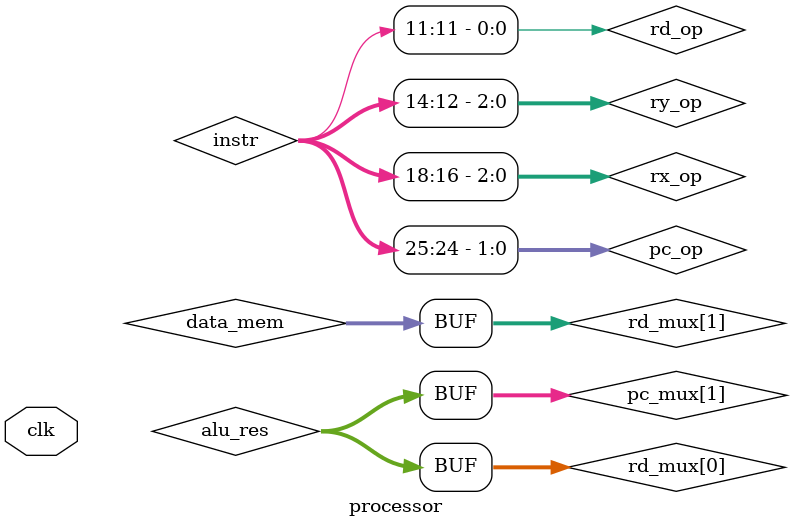
<source format=v>
`timescale 1ns / 1ps


module processor(
    input clk
    );

wire [7:0]alu_res;
wire [31:0]instr;
wire [7:0]data_mem;

i_mem instructions (
    .address(registers[7]),
    .data(instr)
);

d_mem data (
    .address(alu_res),
    .data(data_mem)
);

wire [7:0]registers[7:0];
wire [7:0]rd_mux_out;

wire [1:0]pc_op = instr[25:24];
wire [1:0]alu_op = instr[21:20];
wire [2:0]rx_op = instr[18:16];
wire imm_op = instr[15];
wire [2:0]ry_op = instr[14:12];
wire rd_op = instr[11];
wire [2:0]d_op = instr[10:8];
wire [7:0]imm = instr[7:0];

// Mux-es
wire [7:0]pc_mux[1:0];
wire [7:0]rx_mux[7:0];
wire [7:0]ry_mux[7:0];
wire [7:0]imm_mux[1:0];
wire [7:0]alu_mux[3:0];
wire [7:0]rd_mux[1:0];

assign pc_mux[0] = registers[7] + 1;
assign pc_mux[1] = alu_res;
reg [1:0]op_select = 0;
wire [7:0]pc_out = pc_mux[op_select];

register R0(
    .clk(clk),
    .ce(d_op == 0),
    .in(rd_mux_out),
    .out(registers[0])
    );
register R1(
    .clk(clk),
    .ce(d_op == 1),
    .in(rd_mux_out),
    .out(registers[1])
    );
register R2(
    .clk(clk),
    .ce(d_op == 2),
    .in(rd_mux_out),
    .out(registers[2])
    );
register R3(
    .clk(clk),
    .ce(d_op == 3),
    .in(rd_mux_out),
    .out(registers[3])
    );
register R4(
    .clk(clk),
    .ce(d_op == 4),
    .in(rd_mux_out),
    .out(registers[4])
    );
register R5(
    .clk(clk),
    .ce(d_op == 5),
    .in(rd_mux_out),
    .out(registers[5])
    );
register R6(
    .clk(clk),
    .ce(d_op == 6),
    .in(0),
    .out(registers[6])
    );    
register R7(
    .clk(clk),
    .ce(1),
    .in(pc_out),
    .out(registers[7])
    );

assign {
    rx_mux[7], rx_mux[6], rx_mux[5], rx_mux[4],
    rx_mux[3], rx_mux[2], rx_mux[1], rx_mux[0]
} = {
    registers[7], registers[6], registers[5], registers[4],
    registers[3], registers[2], registers[1], registers[0]
};
wire [7:0]rx_out = rx_mux[rx_op];

assign {
    ry_mux[7], ry_mux[6], ry_mux[5], ry_mux[4],
    ry_mux[3], ry_mux[2], ry_mux[1], ry_mux[0]
} = {
    registers[7], registers[6], registers[5], registers[4],
    registers[3], registers[2], registers[1], registers[0]
};
wire [7:0]ry_out = ry_mux[ry_op];

assign imm_mux[0] = ry_out;
assign imm_mux[1] = imm;
wire [7:0]imm_out = imm_mux[imm_op];

ALU alu_1 (
    .rx(rx_out),
    .imm(imm_out),
    .and_result(alu_mux[0]),
    .add_result(alu_mux[1]),
    .zero_comp_result(alu_mux[2]),
    .imm_mux(alu_mux[3])
);
wire [7:0]cmp_res = alu_mux[2];
assign alu_res = alu_mux[alu_op];

reg is_zero;

always @*
begin
    is_zero = cmp_res[0];
    if (pc_op == 1) op_select = 1; // jump
    else if (pc_op == 2) // jnz
    begin
        if (~is_zero) op_select = 1;
        else op_select = 0;
    end
    else if (pc_op == 3) // jz
    begin
        if (is_zero) op_select = 1;
        else op_select = 0;
    end
    else op_select = 0; // nieobsłużony operator, zrób mov/movi
end

assign rd_mux[0] = alu_res;
assign rd_mux[1] = data_mem;
assign rd_mux_out = rd_mux[rd_op];

endmodule

</source>
